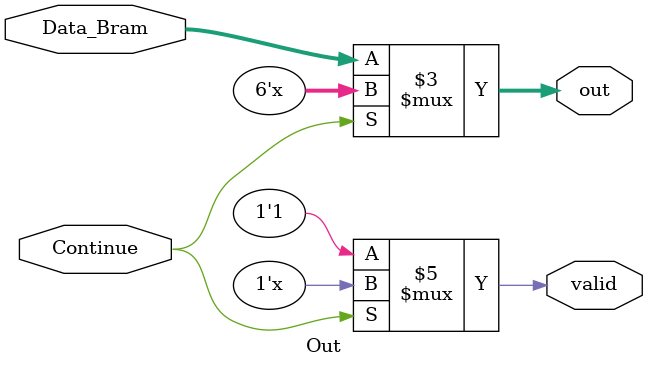
<source format=v>
module Out #(
    parameter WIDTH = 6
)(
    input Continue,
    input [WIDTH-1:0] Data_Bram,
    output reg valid,
    output reg [WIDTH-1:0] out
);
    always @(*) begin
        if(!Continue) begin
          valid <= 1;
          out <= Data_Bram;
        end
    end

endmodule
</source>
